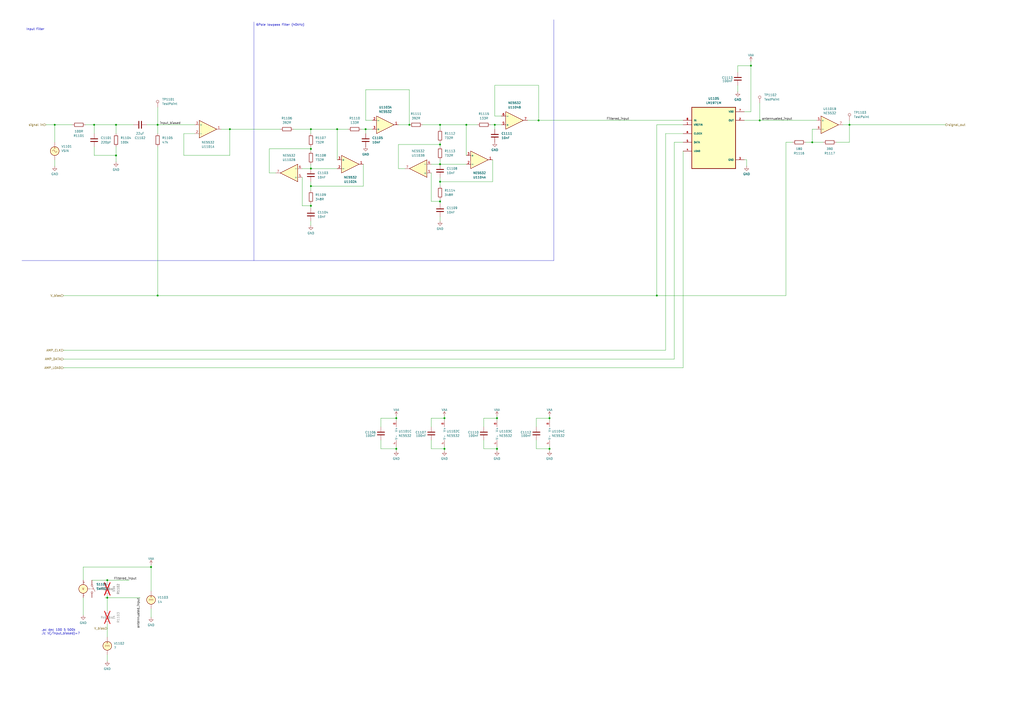
<source format=kicad_sch>
(kicad_sch (version 20250114) (generator "eeschema") (generator_version "9.0")
  (paper "A2")
  (lib_symbols
    (symbol "Amplifier_Operational:NE5532" (pin_names (offset 0.127))
      (property "Reference" "U" (at 0 5.08 0))
      (property "Value" "NE5532" (at 0 -5.08 0))
      (symbol "NE5532_1_1"
        (pin input line (at -7.62 2.54 0) (length 2.54) (name "+") (number "3"))
        (pin input line (at -7.62 -2.54 0) (length 2.54) (name "-") (number "2"))
        (pin output line (at 7.62 0 180) (length 2.54) (name "~") (number "1"))
      )
      (symbol "NE5532_2_1"
        (pin input line (at -7.62 2.54 0) (length 2.54) (name "+") (number "5"))
        (pin input line (at -7.62 -2.54 0) (length 2.54) (name "-") (number "6"))
        (pin output line (at 7.62 0 180) (length 2.54) (name "~") (number "7"))
      )
      (symbol "NE5532_3_1"
        (pin power_in line (at -2.54 7.62 270) (length 3.81) (name "V+") (number "8"))
        (pin power_in line (at -2.54 -7.62 90) (length 3.81) (name "V-") (number "4"))
      )
    )
    (symbol "Connector:TestPoint" (pin_numbers (hide yes)) (pin_names (offset 0.762) (hide yes))
      (property "Reference" "TP" (at 0 6.858 0))
      (property "Value" "TestPoint" (at 0 5.08 0))
      (symbol "TestPoint_1_1"
        (pin passive line (at 0 0 90) (length 2.54) (name "1") (number "1"))
      )
    )
    (symbol "Device:C" (pin_numbers (hide yes)) (pin_names (offset 0.254))
      (property "Reference" "C" (at 0.635 2.54 0))
      (property "Value" "C" (at 0.635 -2.54 0))
      (symbol "C_1_1"
        (pin passive line (at 0 3.81 270) (length 2.794) (name "~") (number "1"))
        (pin passive line (at 0 -3.81 90) (length 2.794) (name "~") (number "2"))
      )
    )
    (symbol "Device:R" (pin_numbers (hide yes)) (pin_names (offset 0))
      (property "Reference" "R" (at 2.032 0 90))
      (property "Value" "R" (at 0 0 90))
      (symbol "R_1_1"
        (pin passive line (at 0 3.81 270) (length 1.27) (name "~") (number "1"))
        (pin passive line (at 0 -3.81 90) (length 1.27) (name "~") (number "2"))
      )
    )
    (symbol "Simulation_SPICE:SWITCH" (pin_numbers (hide yes)) (pin_names (offset 1.016) (hide yes))
      (property "Reference" "S" (at 2.54 2.54 0))
      (property "Value" "SWITCH" (at 2.54 0 0))
      (property "Sim.Params" "thr=0 ron=1" (at 2.54 -2.54 0))
      (symbol "SWITCH_1_1"
        (text "V" (at -5.08 0 0) (effects (font (size 1.27 1.27))))
        (pin input line (at -5.08 5.08 270) (length 2.54) (name "C+") (number "3"))
        (pin input line (at -5.08 -5.08 90) (length 2.54) (name "C-") (number "4"))
        (pin passive line (at 0 5.08 270) (length 2.54) (name "N+") (number "1"))
        (pin passive line (at 0 -5.08 90) (length 2.54) (name "N-") (number "2"))
      )
    )
    (symbol "Simulation_SPICE:VDC" (pin_numbers (hide yes)) (pin_names (offset 0.0254))
      (property "Reference" "V" (at 2.54 2.54 0))
      (property "Value" "1" (at 2.54 0 0))
      (symbol "VDC_0_0"
        (text "+" (at 0 1.905 0) (effects (font (size 1.27 1.27))))
      )
      (symbol "VDC_1_1"
        (pin passive line (at 0 5.08 270) (length 2.54) (name "~") (number "1"))
        (pin passive line (at 0 -5.08 90) (length 2.54) (name "~") (number "2"))
      )
    )
    (symbol "Simulation_SPICE:VSIN" (pin_numbers (hide yes)) (pin_names (offset 0.0254))
      (property "Reference" "V" (at 2.54 2.54 0))
      (property "Value" "VSIN" (at 2.54 0 0))
      (property "Sim.Params" "dc=0 ampl=1 f=1k ac=1" (at 2.54 -2.54 0))
      (symbol "VSIN_0_0"
        (text "+" (at 0 1.905 0) (effects (font (size 1.27 1.27))))
      )
      (symbol "VSIN_1_1"
        (pin passive line (at 0 5.08 270) (length 2.54) (name "~") (number "1"))
        (pin passive line (at 0 -5.08 90) (length 2.54) (name "~") (number "2"))
      )
    )
    (symbol "Skrooter_symbols:LM1971M" (pin_names (offset 1.016))
      (property "Reference" "U" (at -12.7 18.78 0))
      (property "Value" "LM1971M" (at -12.7 -21.78 0))
      (symbol "LM1971M_0_0"
        (pin input line (at -17.78 10.16 0) (length 5.08) (name "IN") (number "8"))
        (pin input line (at -17.78 7.62 0) (length 5.08) (name "VREFIN") (number "1"))
        (pin bidirectional line (at -17.78 2.54 0) (length 5.08) (name "CLOCK") (number "6"))
        (pin bidirectional line (at -17.78 -2.54 0) (length 5.08) (name "DATA") (number "5"))
        (pin bidirectional line (at -17.78 -7.62 0) (length 5.08) (name "LOAD") (number "4"))
        (pin power_in line (at 17.78 15.24 180) (length 5.08) (name "VDD") (number "7"))
        (pin output line (at 17.78 10.16 180) (length 5.08) (name "OUT") (number "2"))
        (pin power_in line (at 17.78 -12.7 180) (length 5.08) (name "GND") (number "3"))
      )
    )
    (symbol "power:GND" (power) (pin_numbers (hide yes)) (pin_names (offset 0) (hide yes))
      (property "Value" "GND" (at 0 -3.81 0))
      (symbol "GND_1_1"
        (pin power_in line (at 0 0 270) (length 0) (name "~") (number "1"))
      )
    )
    (symbol "power:VAA" (power) (pin_numbers (hide yes)) (pin_names (offset 0) (hide yes))
      (property "Value" "VAA" (at 0 3.556 0))
      (symbol "VAA_1_1"
        (pin power_in line (at 0 0 90) (length 0) (name "~") (number "1"))
      )
    )
  )
  (text "6Pole lowpass filter (40kHz)" (at 148.59 15.24 0) (effects (font (size 1.27 1.27)) (justify left bottom)))
  (text ".ac dec 100 5 500k\n.ic V(/input_biased)=7" (at 24.13 368.3 0) (effects (font (size 1.27 1.27)) (justify left bottom)))
  (text "Input filter" (at 15.24 17.78 0) (effects (font (size 1.27 1.27)) (justify left bottom)))
  (junction (at 62.23 336.55))
  (junction (at 255.27 95.25))
  (junction (at 180.34 74.93))
  (junction (at 31.75 72.39))
  (junction (at 255.27 83.82))
  (junction (at 87.63 328.93))
  (junction (at 255.27 105.41))
  (junction (at 229.87 260.35))
  (junction (at 62.23 346.71))
  (junction (at 257.81 242.57))
  (junction (at 381 171.45))
  (junction (at 67.31 72.39))
  (junction (at 180.34 119.38))
  (junction (at 287.02 72.39))
  (junction (at 288.29 260.35))
  (junction (at 492.76 72.39))
  (junction (at 237.49 72.39))
  (junction (at 180.34 97.79))
  (junction (at 318.77 260.35))
  (junction (at 435.61 38.1))
  (junction (at 229.87 242.57))
  (junction (at 91.44 171.45))
  (junction (at 67.31 90.17))
  (junction (at 255.27 116.84))
  (junction (at 255.27 72.39))
  (junction (at 312.42 69.85))
  (junction (at 195.58 74.93))
  (junction (at 180.34 107.95))
  (junction (at 91.44 72.39))
  (junction (at 257.81 260.35))
  (junction (at 318.77 242.57))
  (junction (at 440.69 69.85))
  (junction (at 212.09 74.93))
  (junction (at 54.61 72.39))
  (junction (at 180.34 86.36))
  (junction (at 288.29 242.57))
  (junction (at 270.51 72.39))
  (junction (at 133.35 74.93))
  (junction (at 471.17 82.55))
  (wire (pts (xy 87.63 353.06) (xy 87.63 358.14)))
  (wire (pts (xy 471.17 74.93) (xy 471.17 82.55)))
  (wire (pts (xy 492.76 72.39) (xy 548.64 72.39)))
  (wire (pts (xy 229.87 260.35) (xy 229.87 261.62)))
  (wire (pts (xy 220.98 260.35) (xy 229.87 260.35)))
  (wire (pts (xy 427.99 53.34) (xy 427.99 49.53)))
  (wire (pts (xy 288.29 260.35) (xy 288.29 261.62)))
  (wire (pts (xy 67.31 72.39) (xy 54.61 72.39)))
  (wire (pts (xy 212.09 69.85) (xy 212.09 52.07)))
  (wire (pts (xy 427.99 41.91) (xy 427.99 38.1)))
  (wire (pts (xy 255.27 82.55) (xy 255.27 83.82)))
  (wire (pts (xy 473.71 74.93) (xy 471.17 74.93)))
  (wire (pts (xy 62.23 361.95) (xy 62.23 369.57)))
  (wire (pts (xy 255.27 95.25) (xy 255.27 92.71)))
  (wire (pts (xy 160.02 100.33) (xy 156.21 100.33)))
  (wire (pts (xy 180.34 86.36) (xy 180.34 87.63)))
  (wire (pts (xy 229.87 260.35) (xy 229.87 259.08)))
  (wire (pts (xy 36.83 213.36) (xy 396.24 213.36)))
  (wire (pts (xy 435.61 35.56) (xy 435.61 38.1)))
  (wire (pts (xy 26.67 72.39) (xy 31.75 72.39)))
  (wire (pts (xy 210.82 107.95) (xy 180.34 107.95)))
  (wire (pts (xy 318.77 243.84) (xy 318.77 242.57)))
  (wire (pts (xy 318.77 260.35) (xy 318.77 261.62)))
  (wire (pts (xy 396.24 77.47) (xy 386.08 77.47)))
  (wire (pts (xy 133.35 74.93) (xy 133.35 90.17)))
  (wire (pts (xy 180.34 97.79) (xy 195.58 97.79)))
  (wire (pts (xy 255.27 102.87) (xy 255.27 105.41)))
  (wire (pts (xy 255.27 116.84) (xy 255.27 118.11)))
  (wire (pts (xy 391.16 82.55) (xy 391.16 208.28)))
  (wire (pts (xy 455.93 82.55) (xy 455.93 171.45)))
  (wire (pts (xy 31.75 72.39) (xy 41.91 72.39)))
  (wire (pts (xy 62.23 383.54) (xy 62.23 379.73)))
  (wire (pts (xy 255.27 105.41) (xy 285.75 105.41)))
  (wire (pts (xy 285.75 92.71) (xy 285.75 105.41)))
  (wire (pts (xy 440.69 59.69) (xy 440.69 69.85)))
  (wire (pts (xy 170.18 74.93) (xy 180.34 74.93)))
  (wire (pts (xy 255.27 115.57) (xy 255.27 116.84)))
  (wire (pts (xy 62.23 345.44) (xy 62.23 346.71)))
  (wire (pts (xy 280.67 247.65) (xy 280.67 242.57)))
  (wire (pts (xy 431.8 64.77) (xy 435.61 64.77)))
  (wire (pts (xy 91.44 62.23) (xy 91.44 72.39)))
  (wire (pts (xy 36.83 208.28) (xy 391.16 208.28)))
  (wire (pts (xy 87.63 327.66) (xy 87.63 328.93)))
  (wire (pts (xy 455.93 82.55) (xy 459.74 82.55)))
  (wire (pts (xy 255.27 72.39) (xy 255.27 74.93)))
  (wire (pts (xy 312.42 49.53) (xy 312.42 69.85)))
  (wire (pts (xy 250.19 116.84) (xy 255.27 116.84)))
  (wire (pts (xy 62.23 346.71) (xy 81.28 346.71)))
  (wire (pts (xy 212.09 74.93) (xy 215.9 74.93)))
  (wire (pts (xy 54.61 90.17) (xy 67.31 90.17)))
  (wire (pts (xy 175.26 119.38) (xy 180.34 119.38)))
  (polyline (pts (xy 12.7 151.13) (xy 147.32 151.13)))
  (wire (pts (xy 381 72.39) (xy 381 171.45)))
  (wire (pts (xy 440.69 69.85) (xy 473.71 69.85)))
  (wire (pts (xy 311.15 255.27) (xy 311.15 260.35)))
  (wire (pts (xy 250.19 247.65) (xy 250.19 242.57)))
  (wire (pts (xy 31.75 72.39) (xy 31.75 82.55)))
  (wire (pts (xy 234.95 97.79) (xy 231.14 97.79)))
  (wire (pts (xy 311.15 260.35) (xy 318.77 260.35)))
  (wire (pts (xy 396.24 82.55) (xy 391.16 82.55)))
  (wire (pts (xy 255.27 83.82) (xy 255.27 85.09)))
  (wire (pts (xy 91.44 72.39) (xy 91.44 77.47)))
  (wire (pts (xy 467.36 82.55) (xy 471.17 82.55)))
  (wire (pts (xy 255.27 105.41) (xy 255.27 107.95)))
  (wire (pts (xy 48.26 346.71) (xy 48.26 356.87)))
  (wire (pts (xy 106.68 77.47) (xy 106.68 90.17)))
  (wire (pts (xy 471.17 82.55) (xy 477.52 82.55)))
  (wire (pts (xy 288.29 243.84) (xy 288.29 242.57)))
  (wire (pts (xy 250.19 242.57) (xy 257.81 242.57)))
  (wire (pts (xy 492.76 69.85) (xy 492.76 72.39)))
  (wire (pts (xy 220.98 242.57) (xy 229.87 242.57)))
  (wire (pts (xy 431.8 69.85) (xy 440.69 69.85)))
  (wire (pts (xy 229.87 242.57) (xy 229.87 241.3)))
  (wire (pts (xy 270.51 72.39) (xy 270.51 90.17)))
  (wire (pts (xy 287.02 49.53) (xy 312.42 49.53)))
  (wire (pts (xy 180.34 119.38) (xy 180.34 120.65)))
  (wire (pts (xy 280.67 255.27) (xy 280.67 260.35)))
  (wire (pts (xy 280.67 242.57) (xy 288.29 242.57)))
  (polyline (pts (xy 147.32 12.7) (xy 147.32 151.13)))
  (wire (pts (xy 492.76 72.39) (xy 492.76 82.55)))
  (wire (pts (xy 106.68 90.17) (xy 133.35 90.17)))
  (wire (pts (xy 113.03 77.47) (xy 106.68 77.47)))
  (wire (pts (xy 288.29 259.08) (xy 288.29 260.35)))
  (wire (pts (xy 180.34 118.11) (xy 180.34 119.38)))
  (wire (pts (xy 53.34 336.55) (xy 62.23 336.55)))
  (wire (pts (xy 237.49 72.39) (xy 231.14 72.39)))
  (wire (pts (xy 312.42 69.85) (xy 306.07 69.85)))
  (wire (pts (xy 180.34 107.95) (xy 180.34 110.49)))
  (wire (pts (xy 195.58 92.71) (xy 195.58 74.93)))
  (wire (pts (xy 311.15 247.65) (xy 311.15 242.57)))
  (wire (pts (xy 255.27 95.25) (xy 270.51 95.25)))
  (wire (pts (xy 485.14 82.55) (xy 492.76 82.55)))
  (wire (pts (xy 91.44 72.39) (xy 113.03 72.39)))
  (wire (pts (xy 133.35 74.93) (xy 162.56 74.93)))
  (wire (pts (xy 250.19 255.27) (xy 250.19 260.35)))
  (wire (pts (xy 175.26 102.87) (xy 175.26 119.38)))
  (wire (pts (xy 284.48 72.39) (xy 287.02 72.39)))
  (polyline (pts (xy 147.32 151.13) (xy 321.31 151.13)))
  (wire (pts (xy 255.27 72.39) (xy 270.51 72.39)))
  (wire (pts (xy 435.61 38.1) (xy 435.61 64.77)))
  (wire (pts (xy 180.34 97.79) (xy 180.34 95.25)))
  (wire (pts (xy 180.34 128.27) (xy 180.34 130.81)))
  (wire (pts (xy 386.08 77.47) (xy 386.08 203.2)))
  (wire (pts (xy 287.02 72.39) (xy 287.02 74.93)))
  (wire (pts (xy 212.09 52.07) (xy 237.49 52.07)))
  (wire (pts (xy 250.19 95.25) (xy 255.27 95.25)))
  (wire (pts (xy 250.19 260.35) (xy 257.81 260.35)))
  (wire (pts (xy 287.02 67.31) (xy 287.02 49.53)))
  (wire (pts (xy 212.09 74.93) (xy 212.09 77.47)))
  (wire (pts (xy 257.81 243.84) (xy 257.81 242.57)))
  (wire (pts (xy 287.02 72.39) (xy 290.83 72.39)))
  (wire (pts (xy 433.07 92.71) (xy 431.8 92.71)))
  (wire (pts (xy 255.27 125.73) (xy 255.27 128.27)))
  (wire (pts (xy 215.9 69.85) (xy 212.09 69.85)))
  (wire (pts (xy 175.26 97.79) (xy 180.34 97.79)))
  (wire (pts (xy 381 171.45) (xy 455.93 171.45)))
  (wire (pts (xy 31.75 92.71) (xy 31.75 96.52)))
  (wire (pts (xy 209.55 74.93) (xy 212.09 74.93)))
  (wire (pts (xy 312.42 69.85) (xy 396.24 69.85)))
  (wire (pts (xy 257.81 259.08) (xy 257.81 260.35)))
  (wire (pts (xy 62.23 336.55) (xy 74.93 336.55)))
  (wire (pts (xy 91.44 171.45) (xy 381 171.45)))
  (wire (pts (xy 180.34 74.93) (xy 180.34 77.47)))
  (wire (pts (xy 290.83 67.31) (xy 287.02 67.31)))
  (wire (pts (xy 492.76 72.39) (xy 488.95 72.39)))
  (wire (pts (xy 36.83 171.45) (xy 91.44 171.45)))
  (wire (pts (xy 36.83 203.2) (xy 386.08 203.2)))
  (wire (pts (xy 195.58 74.93) (xy 201.93 74.93)))
  (wire (pts (xy 62.23 354.33) (xy 62.23 346.71)))
  (wire (pts (xy 180.34 85.09) (xy 180.34 86.36)))
  (wire (pts (xy 318.77 259.08) (xy 318.77 260.35)))
  (wire (pts (xy 62.23 336.55) (xy 62.23 337.82)))
  (wire (pts (xy 245.11 72.39) (xy 255.27 72.39)))
  (wire (pts (xy 67.31 90.17) (xy 67.31 85.09)))
  (wire (pts (xy 210.82 95.25) (xy 210.82 107.95)))
  (wire (pts (xy 49.53 72.39) (xy 54.61 72.39)))
  (wire (pts (xy 229.87 242.57) (xy 229.87 243.84)))
  (wire (pts (xy 318.77 242.57) (xy 318.77 241.3)))
  (wire (pts (xy 48.26 328.93) (xy 48.26 336.55)))
  (polyline (pts (xy 321.31 11.43) (xy 321.31 151.13)))
  (wire (pts (xy 396.24 72.39) (xy 381 72.39)))
  (wire (pts (xy 180.34 74.93) (xy 195.58 74.93)))
  (wire (pts (xy 54.61 72.39) (xy 54.61 77.47)))
  (wire (pts (xy 133.35 74.93) (xy 128.27 74.93)))
  (wire (pts (xy 220.98 255.27) (xy 220.98 260.35)))
  (wire (pts (xy 220.98 247.65) (xy 220.98 242.57)))
  (wire (pts (xy 433.07 96.52) (xy 433.07 92.71)))
  (wire (pts (xy 67.31 90.17) (xy 67.31 93.98)))
  (wire (pts (xy 427.99 38.1) (xy 435.61 38.1)))
  (wire (pts (xy 231.14 97.79) (xy 231.14 83.82)))
  (wire (pts (xy 237.49 52.07) (xy 237.49 72.39)))
  (wire (pts (xy 250.19 100.33) (xy 250.19 116.84)))
  (wire (pts (xy 311.15 242.57) (xy 318.77 242.57)))
  (wire (pts (xy 257.81 260.35) (xy 257.81 261.62)))
  (wire (pts (xy 231.14 83.82) (xy 255.27 83.82)))
  (wire (pts (xy 180.34 105.41) (xy 180.34 107.95)))
  (wire (pts (xy 62.23 346.71) (xy 60.96 346.71)))
  (wire (pts (xy 91.44 85.09) (xy 91.44 171.45)))
  (wire (pts (xy 257.81 242.57) (xy 257.81 241.3)))
  (wire (pts (xy 67.31 77.47) (xy 67.31 72.39)))
  (wire (pts (xy 156.21 100.33) (xy 156.21 86.36)))
  (wire (pts (xy 396.24 87.63) (xy 396.24 213.36)))
  (wire (pts (xy 280.67 260.35) (xy 288.29 260.35)))
  (wire (pts (xy 87.63 328.93) (xy 87.63 342.9)))
  (wire (pts (xy 156.21 86.36) (xy 180.34 86.36)))
  (wire (pts (xy 87.63 328.93) (xy 48.26 328.93)))
  (wire (pts (xy 54.61 85.09) (xy 54.61 90.17)))
  (wire (pts (xy 85.09 72.39) (xy 91.44 72.39)))
  (wire (pts (xy 67.31 72.39) (xy 77.47 72.39)))
  (wire (pts (xy 288.29 242.57) (xy 288.29 241.3)))
  (wire (pts (xy 270.51 72.39) (xy 276.86 72.39)))
  (label "antennuated_input" (at 441.96 69.85 0))
  (label "input_biased" (at 92.71 72.39 0))
  (label "antennuated_input" (at 81.28 346.71 270))
  (label "Filtered_input" (at 66.04 336.55 0))
  (label "Filtered_input" (at 351.79 69.85 0))
  (hierarchical_label "AMP_DATA" (shape input) (at 36.83 208.28 180))
  (hierarchical_label "AMP_CLK" (shape input) (at 36.83 203.2 180))
  (hierarchical_label "V_bias" (shape input) (at 62.23 364.49 180))
  (hierarchical_label "signal_out" (shape output) (at 548.64 72.39 0))
  (hierarchical_label "V_bias" (shape input) (at 36.83 171.45 180))
  (hierarchical_label "signal in" (shape input) (at 26.67 72.39 180))
  (hierarchical_label "AMP_LOAD" (shape input) (at 36.83 213.36 180))
  (symbol (lib_id "power:GND") (at 48.26 356.87 0) (unit 1)
    (property "Reference" "#PWR01002" (effects (hide yes)))
    (property "Value" "GND" (at 48.26 361.3134 0))
    (property "Description" "Power symbol creates a global label with name \"GND\" , ground" (effects (hide yes)))
    (instances (project "Audio_daughterboard" (path "" (reference "#PWR01102") (unit 1)) (path "" (reference "#PWR01002") (unit 1)) (path "" (reference "#PWR01202") (unit 1)) (path "" (reference "#PWR01302") (unit 1))))
  )
  (symbol (lib_id "power:GND") (at 67.31 93.98 0) (unit 1)
    (property "Reference" "#PWR01004" (effects (hide yes)))
    (property "Value" "GND" (at 67.31 98.4234 0))
    (property "Description" "Power symbol creates a global label with name \"GND\" , ground" (effects (hide yes)))
    (instances (project "Audio_daughterboard" (path "" (reference "#PWR01104") (unit 1)) (path "" (reference "#PWR01004") (unit 1)) (path "" (reference "#PWR01204") (unit 1)) (path "" (reference "#PWR01304") (unit 1))))
  )
  (symbol (lib_id "Amplifier_Operational:NE5532") (at 232.41 251.46 0) (unit 3)
    (property "Reference" "U1001" (at 231.14 250.19 0) (effects (justify left)))
    (property "Value" "NE5532" (at 231.14 252.73 0) (effects (justify left)))
    (property "Datasheet" "http://www.ti.com/lit/ds/symlink/ne5532.pdf" (effects (hide yes)))
    (property "Description" "Dual Low-Noise Operational Amplifiers, DIP-8/SOIC-8" (effects (hide yes)))
    (property "Sim.Device" "SUBCKT" (effects (hide yes)))
    (property "Sim.Library" "${KICAD7_SYMBOL_DIR}/Simulation_SPICE.sp" (effects (hide yes)))
    (property "Sim.Name" "kicad_builtin_opamp_dual" (effects (hide yes)))
    (property "Sim.Pins" "1=out1 2=in1- 3=in1+ 4=vee 5=in2+ 6=in2- 7=out2 8=vcc" (effects (hide yes)))
    (property "Sim.Params" "GAIN=10M" (effects (hide yes)))
    (instances (project "Audio_daughterboard" (path "" (reference "U1101") (unit 3)) (path "" (reference "U1001") (unit 3)) (path "" (reference "U1201") (unit 3)) (path "" (reference "U1301") (unit 3))))
  )
  (symbol (lib_id "power:GND") (at 229.87 261.62 0) (unit 1)
    (property "Reference" "#PWR01010" (effects (hide yes)))
    (property "Value" "GND" (at 229.87 266.0634 0))
    (property "Description" "Power symbol creates a global label with name \"GND\" , ground" (effects (hide yes)))
    (instances (project "Audio_daughterboard" (path "" (reference "#PWR01110") (unit 1)) (path "" (reference "#PWR01010") (unit 1)) (path "" (reference "#PWR01210") (unit 1)) (path "" (reference "#PWR01310") (unit 1))))
  )
  (symbol (lib_id "power:GND") (at 87.63 358.14 0) (unit 1)
    (property "Reference" "#PWR01006" (effects (hide yes)))
    (property "Value" "GND" (at 87.63 362.5834 0))
    (property "Description" "Power symbol creates a global label with name \"GND\" , ground" (effects (hide yes)))
    (instances (project "Audio_daughterboard" (path "" (reference "#PWR01106") (unit 1)) (path "" (reference "#PWR01006") (unit 1)) (path "" (reference "#PWR01206") (unit 1)) (path "" (reference "#PWR01306") (unit 1))))
  )
  (symbol (lib_id "power:GND") (at 257.81 261.62 0) (unit 1)
    (property "Reference" "#PWR01013" (effects (hide yes)))
    (property "Value" "GND" (at 257.81 266.0634 0))
    (property "Description" "Power symbol creates a global label with name \"GND\" , ground" (effects (hide yes)))
    (instances (project "Audio_daughterboard" (path "" (reference "#PWR01113") (unit 1)) (path "" (reference "#PWR01013") (unit 1)) (path "" (reference "#PWR01213") (unit 1)) (path "" (reference "#PWR01313") (unit 1))))
  )
  (symbol (lib_id "Amplifier_Operational:NE5532") (at 203.2 95.25 0) (unit 1)
    (property "Reference" "U1002" (at 203.2 105.41 0))
    (property "Value" "NE5532" (at 203.2 102.87 0))
    (property "Datasheet" "http://www.ti.com/lit/ds/symlink/ne5532.pdf" (effects (hide yes)))
    (property "Description" "Dual Low-Noise Operational Amplifiers, DIP-8/SOIC-8" (effects (hide yes)))
    (property "Sim.Device" "SUBCKT" (effects (hide yes)))
    (property "Sim.Library" "${KICAD7_SYMBOL_DIR}/Simulation_SPICE.sp" (effects (hide yes)))
    (property "Sim.Name" "kicad_builtin_opamp_dual" (effects (hide yes)))
    (property "Sim.Pins" "1=out1 2=in1- 3=in1+ 4=vee 5=in2+ 6=in2- 7=out2 8=vcc" (effects (hide yes)))
    (property "Sim.Params" "GAIN=10M" (effects (hide yes)))
    (instances (project "Audio_daughterboard" (path "" (reference "U1102") (unit 1)) (path "" (reference "U1002") (unit 1)) (path "" (reference "U1202") (unit 1)) (path "" (reference "U1302") (unit 1))))
  )
  (symbol (lib_id "Device:R") (at 463.55 82.55 90) (mirror x) (unit 1)
    (property "Reference" "R1016" (at 463.55 88.9 90))
    (property "Value" "180" (at 463.55 86.36 90))
    (property "Description" "Resistor" (effects (hide yes)))
    (instances (project "Audio_daughterboard" (path "" (reference "R1116") (unit 1)) (path "" (reference "R1016") (unit 1)) (path "" (reference "R1216") (unit 1)) (path "" (reference "R1316") (unit 1))))
  )
  (symbol (lib_id "Amplifier_Operational:NE5532") (at 481.33 72.39 0) (unit 2)
    (property "Reference" "U1001" (at 481.33 63.1655 0))
    (property "Value" "NE5532" (at 481.33 65.5898 0))
    (property "Datasheet" "http://www.ti.com/lit/ds/symlink/ne5532.pdf" (effects (hide yes)))
    (property "Description" "Dual Low-Noise Operational Amplifiers, DIP-8/SOIC-8" (effects (hide yes)))
    (property "Sim.Device" "SUBCKT" (effects (hide yes)))
    (property "Sim.Library" "${KICAD7_SYMBOL_DIR}/Simulation_SPICE.sp" (effects (hide yes)))
    (property "Sim.Name" "kicad_builtin_opamp_dual" (effects (hide yes)))
    (property "Sim.Pins" "1=out1 2=in1- 3=in1+ 4=vee 5=in2+ 6=in2- 7=out2 8=vcc" (effects (hide yes)))
    (property "Sim.Params" "GAIN=10M" (effects (hide yes)))
    (instances (project "Audio_daughterboard" (path "" (reference "U1101") (unit 2)) (path "" (reference "U1001") (unit 2)) (path "" (reference "U1201") (unit 2)) (path "" (reference "U1301") (unit 2))))
  )
  (symbol (lib_id "Simulation_SPICE:VDC") (at 62.23 374.65 0) (unit 1)
    (property "Reference" "V1002" (at 66.04 373.2502 0) (effects (justify left)))
    (property "Value" "7" (at 66.04 375.7902 0) (effects (justify left)))
    (property "Datasheet" "https://ngspice.sourceforge.io/docs/ngspice-html-manual/manual.xhtml#sec_Independent_Sources_for" (effects (hide yes)))
    (property "Description" "Voltage source, DC" (effects (hide yes)))
    (property "Sim.Pins" "1=+ 2=-" (effects (hide yes)))
    (property "Sim.Type" "DC" (effects (hide yes)))
    (property "Sim.Device" "V" (effects (hide yes)))
    (instances (project "Audio_daughterboard" (path "" (reference "V1102") (unit 1)) (path "" (reference "V1002") (unit 1)) (path "" (reference "V1202") (unit 1)) (path "" (reference "V1302") (unit 1))))
  )
  (symbol (lib_id "Device:R") (at 91.44 81.28 0) (unit 1)
    (property "Reference" "R1005" (at 93.98 80.01 0) (effects (justify left)))
    (property "Value" "47k" (at 93.98 82.55 0) (effects (justify left)))
    (property "Description" "Resistor" (effects (hide yes)))
    (instances (project "Audio_daughterboard" (path "" (reference "R1105") (unit 1)) (path "" (reference "R1005") (unit 1)) (path "" (reference "R1205") (unit 1)) (path "" (reference "R1305") (unit 1))))
  )
  (symbol (lib_id "Amplifier_Operational:NE5532") (at 321.31 251.46 0) (unit 3)
    (property "Reference" "U1004" (at 320.04 250.19 0) (effects (justify left)))
    (property "Value" "NE5532" (at 320.04 252.73 0) (effects (justify left)))
    (property "Datasheet" "http://www.ti.com/lit/ds/symlink/ne5532.pdf" (effects (hide yes)))
    (property "Description" "Dual Low-Noise Operational Amplifiers, DIP-8/SOIC-8" (effects (hide yes)))
    (property "Sim.Device" "SUBCKT" (effects (hide yes)))
    (property "Sim.Library" "${KICAD7_SYMBOL_DIR}/Simulation_SPICE.sp" (effects (hide yes)))
    (property "Sim.Name" "kicad_builtin_opamp_dual" (effects (hide yes)))
    (property "Sim.Pins" "1=out1 2=in1- 3=in1+ 4=vee 5=in2+ 6=in2- 7=out2 8=vcc" (effects (hide yes)))
    (property "Sim.Params" "GAIN=10M" (effects (hide yes)))
    (instances (project "Audio_daughterboard" (path "" (reference "U1104") (unit 3)) (path "" (reference "U1004") (unit 3)) (path "" (reference "U1204") (unit 3)) (path "" (reference "U1304") (unit 3))))
  )
  (symbol (lib_id "Device:C") (at 180.34 101.6 0) (unit 1)
    (property "Reference" "C1003" (at 184.15 100.33 0) (effects (justify left)))
    (property "Value" "10nF" (at 184.15 102.87 0) (effects (justify left)))
    (property "Description" "Unpolarized capacitor" (effects (hide yes)))
    (instances (project "Audio_daughterboard" (path "" (reference "C1103") (unit 1)) (path "" (reference "C1003") (unit 1)) (path "" (reference "C1203") (unit 1)) (path "" (reference "C1303") (unit 1))))
  )
  (symbol (lib_id "Device:C") (at 287.02 78.74 0) (unit 1)
    (property "Reference" "C1011" (at 290.83 77.47 0) (effects (justify left)))
    (property "Value" "10nF" (at 290.83 80.01 0) (effects (justify left)))
    (property "Description" "Unpolarized capacitor" (effects (hide yes)))
    (instances (project "Audio_daughterboard" (path "" (reference "C1111") (unit 1)) (path "" (reference "C1011") (unit 1)) (path "" (reference "C1211") (unit 1)) (path "" (reference "C1311") (unit 1))))
  )
  (symbol (lib_id "power:GND") (at 288.29 261.62 0) (unit 1)
    (property "Reference" "#PWR01016" (effects (hide yes)))
    (property "Value" "GND" (at 288.29 266.0634 0))
    (property "Description" "Power symbol creates a global label with name \"GND\" , ground" (effects (hide yes)))
    (instances (project "Audio_daughterboard" (path "" (reference "#PWR01116") (unit 1)) (path "" (reference "#PWR01016") (unit 1)) (path "" (reference "#PWR01216") (unit 1)) (path "" (reference "#PWR01316") (unit 1))))
  )
  (symbol (lib_id "Connector:TestPoint") (at 440.69 59.69 0) (mirror y) (unit 1) (exclude_from_sim yes)
    (property "Reference" "TP1002" (at 443.23 55.118 0) (effects (justify right)))
    (property "Value" "TestPoint" (at 443.23 57.658 0) (effects (justify right)))
    (property "Footprint" "TestPoint:TestPoint_Keystone_5005-5009_Compact" (effects (hide yes)))
    (property "Description" "test point" (effects (hide yes)))
    (instances (project "Audio_daughterboard" (path "" (reference "TP1102") (unit 1)) (path "" (reference "TP1002") (unit 1)) (path "" (reference "TP1202") (unit 1)) (path "" (reference "TP1302") (unit 1))))
  )
  (symbol (lib_id "power:GND") (at 212.09 85.09 0) (unit 1)
    (property "Reference" "#PWR01008" (effects (hide yes)))
    (property "Value" "GND" (at 212.09 89.5334 0))
    (property "Description" "Power symbol creates a global label with name \"GND\" , ground" (effects (hide yes)))
    (instances (project "Audio_daughterboard" (path "" (reference "#PWR01108") (unit 1)) (path "" (reference "#PWR01008") (unit 1)) (path "" (reference "#PWR01208") (unit 1)) (path "" (reference "#PWR01308") (unit 1))))
  )
  (symbol (lib_id "Device:R") (at 255.27 88.9 180) (unit 1)
    (property "Reference" "R1013" (at 257.81 87.63 0) (effects (justify right)))
    (property "Value" "732R" (at 257.81 90.17 0) (effects (justify right)))
    (property "Description" "Resistor" (effects (hide yes)))
    (instances (project "Audio_daughterboard" (path "" (reference "R1113") (unit 1)) (path "" (reference "R1013") (unit 1)) (path "" (reference "R1213") (unit 1)) (path "" (reference "R1313") (unit 1))))
  )
  (symbol (lib_id "Device:R") (at 280.67 72.39 270) (unit 1)
    (property "Reference" "R1015" (at 280.67 66.04 90))
    (property "Value" "133R" (at 280.67 68.58 90))
    (property "Description" "Resistor" (effects (hide yes)))
    (instances (project "Audio_daughterboard" (path "" (reference "R1115") (unit 1)) (path "" (reference "R1015") (unit 1)) (path "" (reference "R1215") (unit 1)) (path "" (reference "R1315") (unit 1))))
  )
  (symbol (lib_id "Amplifier_Operational:NE5532") (at 242.57 97.79 180) (unit 2)
    (property "Reference" "U1003" (at 242.57 90.17 0))
    (property "Value" "NE5532" (at 242.57 87.63 0))
    (property "Datasheet" "http://www.ti.com/lit/ds/symlink/ne5532.pdf" (effects (hide yes)))
    (property "Description" "Dual Low-Noise Operational Amplifiers, DIP-8/SOIC-8" (effects (hide yes)))
    (property "Sim.Device" "SUBCKT" (effects (hide yes)))
    (property "Sim.Library" "${KICAD7_SYMBOL_DIR}/Simulation_SPICE.sp" (effects (hide yes)))
    (property "Sim.Name" "kicad_builtin_opamp_dual" (effects (hide yes)))
    (property "Sim.Pins" "1=out1 2=in1- 3=in1+ 4=vee 5=in2+ 6=in2- 7=out2 8=vcc" (effects (hide yes)))
    (property "Sim.Params" "GAIN=10M" (effects (hide yes)))
    (instances (project "Audio_daughterboard" (path "" (reference "U1103") (unit 2)) (path "" (reference "U1003") (unit 2)) (path "" (reference "U1203") (unit 2)) (path "" (reference "U1303") (unit 2))))
  )
  (symbol (lib_id "Device:R") (at 180.34 81.28 180) (unit 1)
    (property "Reference" "R1007" (at 182.88 80.01 0) (effects (justify right)))
    (property "Value" "732R" (at 182.88 82.55 0) (effects (justify right)))
    (property "Description" "Resistor" (effects (hide yes)))
    (instances (project "Audio_daughterboard" (path "" (reference "R1107") (unit 1)) (path "" (reference "R1007") (unit 1)) (path "" (reference "R1207") (unit 1)) (path "" (reference "R1307") (unit 1))))
  )
  (symbol (lib_id "power:GND") (at 427.99 53.34 0) (unit 1)
    (property "Reference" "#PWR01019" (effects (hide yes)))
    (property "Value" "GND" (at 427.99 57.7834 0))
    (property "Description" "Power symbol creates a global label with name \"GND\" , ground" (effects (hide yes)))
    (instances (project "Audio_daughterboard" (path "" (reference "#PWR01119") (unit 1)) (path "" (reference "#PWR01019") (unit 1)) (path "" (reference "#PWR01219") (unit 1)) (path "" (reference "#PWR01319") (unit 1))))
  )
  (symbol (lib_id "Amplifier_Operational:NE5532") (at 223.52 72.39 0) (mirror x) (unit 1)
    (property "Reference" "U1003" (at 223.52 62.23 0))
    (property "Value" "NE5532" (at 223.52 64.77 0))
    (property "Datasheet" "http://www.ti.com/lit/ds/symlink/ne5532.pdf" (effects (hide yes)))
    (property "Description" "Dual Low-Noise Operational Amplifiers, DIP-8/SOIC-8" (effects (hide yes)))
    (property "Sim.Device" "SUBCKT" (effects (hide yes)))
    (property "Sim.Library" "${KICAD7_SYMBOL_DIR}/Simulation_SPICE.sp" (effects (hide yes)))
    (property "Sim.Name" "kicad_builtin_opamp_dual" (effects (hide yes)))
    (property "Sim.Pins" "1=out1 2=in1- 3=in1+ 4=vee 5=in2+ 6=in2- 7=out2 8=vcc" (effects (hide yes)))
    (property "Sim.Params" "GAIN=10M" (effects (hide yes)))
    (instances (project "Audio_daughterboard" (path "" (reference "U1103") (unit 1)) (path "" (reference "U1003") (unit 1)) (path "" (reference "U1203") (unit 1)) (path "" (reference "U1303") (unit 1))))
  )
  (symbol (lib_id "Amplifier_Operational:NE5532") (at 167.64 100.33 180) (unit 2)
    (property "Reference" "U1002" (at 167.64 92.71 0))
    (property "Value" "NE5532" (at 167.64 90.17 0))
    (property "Datasheet" "http://www.ti.com/lit/ds/symlink/ne5532.pdf" (effects (hide yes)))
    (property "Description" "Dual Low-Noise Operational Amplifiers, DIP-8/SOIC-8" (effects (hide yes)))
    (property "Sim.Device" "SUBCKT" (effects (hide yes)))
    (property "Sim.Library" "${KICAD7_SYMBOL_DIR}/Simulation_SPICE.sp" (effects (hide yes)))
    (property "Sim.Name" "kicad_builtin_opamp_dual" (effects (hide yes)))
    (property "Sim.Pins" "1=out1 2=in1- 3=in1+ 4=vee 5=in2+ 6=in2- 7=out2 8=vcc" (effects (hide yes)))
    (property "Sim.Params" "GAIN=10M" (effects (hide yes)))
    (instances (project "Audio_daughterboard" (path "" (reference "U1102") (unit 2)) (path "" (reference "U1002") (unit 2)) (path "" (reference "U1202") (unit 2)) (path "" (reference "U1302") (unit 2))))
  )
  (symbol (lib_id "Device:R") (at 67.31 81.28 0) (unit 1)
    (property "Reference" "R1004" (at 69.85 80.01 0) (effects (justify left)))
    (property "Value" "100k" (at 69.85 82.55 0) (effects (justify left)))
    (property "Description" "Resistor" (effects (hide yes)))
    (instances (project "Audio_daughterboard" (path "" (reference "R1104") (unit 1)) (path "" (reference "R1004") (unit 1)) (path "" (reference "R1204") (unit 1)) (path "" (reference "R1304") (unit 1))))
  )
  (symbol (lib_id "Device:C") (at 255.27 121.92 0) (unit 1)
    (property "Reference" "C1009" (at 259.08 120.65 0) (effects (justify left)))
    (property "Value" "10nF" (at 259.08 123.19 0) (effects (justify left)))
    (property "Description" "Unpolarized capacitor" (effects (hide yes)))
    (instances (project "Audio_daughterboard" (path "" (reference "C1109") (unit 1)) (path "" (reference "C1009") (unit 1)) (path "" (reference "C1209") (unit 1)) (path "" (reference "C1309") (unit 1))))
  )
  (symbol (lib_id "Device:R") (at 180.34 114.3 180) (unit 1)
    (property "Reference" "R1009" (at 182.88 113.03 0) (effects (justify right)))
    (property "Value" "348R" (at 182.88 115.57 0) (effects (justify right)))
    (property "Description" "Resistor" (effects (hide yes)))
    (instances (project "Audio_daughterboard" (path "" (reference "R1109") (unit 1)) (path "" (reference "R1009") (unit 1)) (path "" (reference "R1209") (unit 1)) (path "" (reference "R1309") (unit 1))))
  )
  (symbol (lib_id "Amplifier_Operational:NE5532") (at 298.45 69.85 0) (mirror x) (unit 2)
    (property "Reference" "U1004" (at 298.45 62.23 0))
    (property "Value" "NE5532" (at 298.45 59.69 0))
    (property "Datasheet" "http://www.ti.com/lit/ds/symlink/ne5532.pdf" (effects (hide yes)))
    (property "Description" "Dual Low-Noise Operational Amplifiers, DIP-8/SOIC-8" (effects (hide yes)))
    (property "Sim.Device" "SUBCKT" (effects (hide yes)))
    (property "Sim.Library" "${KICAD7_SYMBOL_DIR}/Simulation_SPICE.sp" (effects (hide yes)))
    (property "Sim.Name" "kicad_builtin_opamp_dual" (effects (hide yes)))
    (property "Sim.Pins" "1=out1 2=in1- 3=in1+ 4=vee 5=in2+ 6=in2- 7=out2 8=vcc" (effects (hide yes)))
    (property "Sim.Params" "GAIN=10M" (effects (hide yes)))
    (instances (project "Audio_daughterboard" (path "" (reference "U1104") (unit 2)) (path "" (reference "U1004") (unit 2)) (path "" (reference "U1204") (unit 2)) (path "" (reference "U1304") (unit 2))))
  )
  (symbol (lib_id "Device:C") (at 427.99 45.72 0) (mirror y) (unit 1)
    (property "Reference" "C1013" (at 425.069 45.0763 0) (effects (justify left)))
    (property "Value" "100nF" (at 425.069 46.9973 0) (effects (justify left)))
    (property "Footprint" "Capacitor_SMD:C_0805_2012Metric_Pad1.18x1.45mm_HandSolder" (effects (hide yes)))
    (property "Description" "Unpolarized capacitor" (effects (hide yes)))
    (property "LCSC" "C49678" (effects (hide yes)))
    (property "Voltage" "50V" (effects (hide yes)))
    (instances (project "Audio_daughterboard" (path "" (reference "C1113") (unit 1)) (path "" (reference "C1013") (unit 1)) (path "" (reference "C1213") (unit 1)) (path "" (reference "C1313") (unit 1))))
  )
  (symbol (lib_id "power:GND") (at 287.02 82.55 0) (unit 1)
    (property "Reference" "#PWR01014" (effects (hide yes)))
    (property "Value" "GND" (at 287.02 86.9934 0))
    (property "Description" "Power symbol creates a global label with name \"GND\" , ground" (effects (hide yes)))
    (instances (project "Audio_daughterboard" (path "" (reference "#PWR01114") (unit 1)) (path "" (reference "#PWR01014") (unit 1)) (path "" (reference "#PWR01214") (unit 1)) (path "" (reference "#PWR01314") (unit 1))))
  )
  (symbol (lib_id "power:VAA") (at 435.61 35.56 0) (unit 1)
    (property "Reference" "#PWR01021" (effects (hide yes)))
    (property "Value" "VAA" (at 435.61 31.9842 0))
    (property "Description" "Power symbol creates a global label with name \"VAA\"" (effects (hide yes)))
    (instances (project "Audio_daughterboard" (path "" (reference "#PWR01121") (unit 1)) (path "" (reference "#PWR01021") (unit 1)) (path "" (reference "#PWR01221") (unit 1)) (path "" (reference "#PWR01321") (unit 1))))
  )
  (symbol (lib_id "Device:R") (at 45.72 72.39 270) (mirror x) (unit 1)
    (property "Reference" "R1001" (at 45.72 78.74 90))
    (property "Value" "100R" (at 45.72 76.2 90))
    (property "Description" "Resistor" (effects (hide yes)))
    (instances (project "Audio_daughterboard" (path "" (reference "R1101") (unit 1)) (path "" (reference "R1001") (unit 1)) (path "" (reference "R1201") (unit 1)) (path "" (reference "R1301") (unit 1))))
  )
  (symbol (lib_id "Connector:TestPoint") (at 91.44 62.23 0) (mirror y) (unit 1) (exclude_from_sim yes)
    (property "Reference" "TP1001" (at 93.98 57.658 0) (effects (justify right)))
    (property "Value" "TestPoint" (at 93.98 60.198 0) (effects (justify right)))
    (property "Footprint" "TestPoint:TestPoint_Keystone_5005-5009_Compact" (effects (hide yes)))
    (property "Description" "test point" (effects (hide yes)))
    (instances (project "Audio_daughterboard" (path "" (reference "TP1101") (unit 1)) (path "" (reference "TP1001") (unit 1)) (path "" (reference "TP1201") (unit 1)) (path "" (reference "TP1301") (unit 1))))
  )
  (symbol (lib_id "power:VAA") (at 257.81 241.3 0) (unit 1)
    (property "Reference" "#PWR01012" (effects (hide yes)))
    (property "Value" "VAA" (at 257.81 237.7242 0))
    (property "Description" "Power symbol creates a global label with name \"VAA\"" (effects (hide yes)))
    (instances (project "Audio_daughterboard" (path "" (reference "#PWR01112") (unit 1)) (path "" (reference "#PWR01012") (unit 1)) (path "" (reference "#PWR01212") (unit 1)) (path "" (reference "#PWR01312") (unit 1))))
  )
  (symbol (lib_id "Device:R") (at 481.33 82.55 90) (mirror x) (unit 1)
    (property "Reference" "R1017" (at 481.33 88.9 90))
    (property "Value" "390" (at 481.33 86.36 90))
    (property "Description" "Resistor" (effects (hide yes)))
    (instances (project "Audio_daughterboard" (path "" (reference "R1117") (unit 1)) (path "" (reference "R1017") (unit 1)) (path "" (reference "R1217") (unit 1)) (path "" (reference "R1317") (unit 1))))
  )
  (symbol (lib_id "Simulation_SPICE:VDC") (at 87.63 347.98 0) (unit 1)
    (property "Reference" "V1003" (at 91.44 346.5802 0) (effects (justify left)))
    (property "Value" "14" (at 91.44 349.1202 0) (effects (justify left)))
    (property "Datasheet" "https://ngspice.sourceforge.io/docs/ngspice-html-manual/manual.xhtml#sec_Independent_Sources_for" (effects (hide yes)))
    (property "Description" "Voltage source, DC" (effects (hide yes)))
    (property "Sim.Pins" "1=+ 2=-" (effects (hide yes)))
    (property "Sim.Type" "DC" (effects (hide yes)))
    (property "Sim.Device" "V" (effects (hide yes)))
    (instances (project "Audio_daughterboard" (path "" (reference "V1103") (unit 1)) (path "" (reference "V1003") (unit 1)) (path "" (reference "V1203") (unit 1)) (path "" (reference "V1303") (unit 1))))
  )
  (symbol (lib_id "power:GND") (at 433.07 96.52 0) (unit 1)
    (property "Reference" "#PWR01020" (effects (hide yes)))
    (property "Value" "GND" (at 433.07 100.9634 0))
    (property "Description" "Power symbol creates a global label with name \"GND\" , ground" (effects (hide yes)))
    (instances (project "Audio_daughterboard" (path "" (reference "#PWR01120") (unit 1)) (path "" (reference "#PWR01020") (unit 1)) (path "" (reference "#PWR01220") (unit 1)) (path "" (reference "#PWR01320") (unit 1))))
  )
  (symbol (lib_id "power:GND") (at 31.75 96.52 0) (unit 1)
    (property "Reference" "#PWR01001" (effects (hide yes)))
    (property "Value" "GND" (at 31.75 100.9634 0))
    (property "Description" "Power symbol creates a global label with name \"GND\" , ground" (effects (hide yes)))
    (instances (project "Audio_daughterboard" (path "" (reference "#PWR01101") (unit 1)) (path "" (reference "#PWR01001") (unit 1)) (path "" (reference "#PWR01201") (unit 1)) (path "" (reference "#PWR01301") (unit 1))))
  )
  (symbol (lib_id "Amplifier_Operational:NE5532") (at 290.83 251.46 0) (unit 3)
    (property "Reference" "U1003" (at 289.56 250.19 0) (effects (justify left)))
    (property "Value" "NE5532" (at 289.56 252.73 0) (effects (justify left)))
    (property "Datasheet" "http://www.ti.com/lit/ds/symlink/ne5532.pdf" (effects (hide yes)))
    (property "Description" "Dual Low-Noise Operational Amplifiers, DIP-8/SOIC-8" (effects (hide yes)))
    (property "Sim.Device" "SUBCKT" (effects (hide yes)))
    (property "Sim.Library" "${KICAD7_SYMBOL_DIR}/Simulation_SPICE.sp" (effects (hide yes)))
    (property "Sim.Name" "kicad_builtin_opamp_dual" (effects (hide yes)))
    (property "Sim.Pins" "1=out1 2=in1- 3=in1+ 4=vee 5=in2+ 6=in2- 7=out2 8=vcc" (effects (hide yes)))
    (property "Sim.Params" "GAIN=10M" (effects (hide yes)))
    (instances (project "Audio_daughterboard" (path "" (reference "U1103") (unit 3)) (path "" (reference "U1003") (unit 3)) (path "" (reference "U1203") (unit 3)) (path "" (reference "U1303") (unit 3))))
  )
  (symbol (lib_id "power:GND") (at 318.77 261.62 0) (unit 1)
    (property "Reference" "#PWR01018" (effects (hide yes)))
    (property "Value" "GND" (at 318.77 266.0634 0))
    (property "Description" "Power symbol creates a global label with name \"GND\" , ground" (effects (hide yes)))
    (instances (project "Audio_daughterboard" (path "" (reference "#PWR01118") (unit 1)) (path "" (reference "#PWR01018") (unit 1)) (path "" (reference "#PWR01218") (unit 1)) (path "" (reference "#PWR01318") (unit 1))))
  )
  (symbol (lib_id "Device:R") (at 205.74 74.93 270) (unit 1)
    (property "Reference" "R1010" (at 205.74 68.58 90))
    (property "Value" "133R" (at 205.74 71.12 90))
    (property "Description" "Resistor" (effects (hide yes)))
    (instances (project "Audio_daughterboard" (path "" (reference "R1110") (unit 1)) (path "" (reference "R1010") (unit 1)) (path "" (reference "R1210") (unit 1)) (path "" (reference "R1310") (unit 1))))
  )
  (symbol (lib_id "Device:R") (at 180.34 91.44 180) (unit 1)
    (property "Reference" "R1008" (at 182.88 90.17 0) (effects (justify right)))
    (property "Value" "732R" (at 182.88 92.71 0) (effects (justify right)))
    (property "Description" "Resistor" (effects (hide yes)))
    (instances (project "Audio_daughterboard" (path "" (reference "R1108") (unit 1)) (path "" (reference "R1008") (unit 1)) (path "" (reference "R1208") (unit 1)) (path "" (reference "R1308") (unit 1))))
  )
  (symbol (lib_id "power:VAA") (at 87.63 327.66 0) (unit 1)
    (property "Reference" "#PWR01005" (effects (hide yes)))
    (property "Value" "VAA" (at 87.63 324.0842 0))
    (property "Description" "Power symbol creates a global label with name \"VAA\"" (effects (hide yes)))
    (instances (project "Audio_daughterboard" (path "" (reference "#PWR01105") (unit 1)) (path "" (reference "#PWR01005") (unit 1)) (path "" (reference "#PWR01205") (unit 1)) (path "" (reference "#PWR01305") (unit 1))))
  )
  (symbol (lib_id "Device:C") (at 250.19 251.46 0) (mirror y) (unit 1)
    (property "Reference" "C1007" (at 247.269 250.8163 0) (effects (justify left)))
    (property "Value" "100nF" (at 247.269 252.7373 0) (effects (justify left)))
    (property "Footprint" "Capacitor_SMD:C_0805_2012Metric_Pad1.18x1.45mm_HandSolder" (effects (hide yes)))
    (property "Description" "Unpolarized capacitor" (effects (hide yes)))
    (property "LCSC" "C49678" (effects (hide yes)))
    (property "Voltage" "50V" (effects (hide yes)))
    (instances (project "Audio_daughterboard" (path "" (reference "C1107") (unit 1)) (path "" (reference "C1007") (unit 1)) (path "" (reference "C1207") (unit 1)) (path "" (reference "C1307") (unit 1))))
  )
  (symbol (lib_id "Amplifier_Operational:NE5532") (at 278.13 92.71 0) (unit 1)
    (property "Reference" "U1004" (at 278.13 102.87 0))
    (property "Value" "NE5532" (at 278.13 100.33 0))
    (property "Datasheet" "http://www.ti.com/lit/ds/symlink/ne5532.pdf" (effects (hide yes)))
    (property "Description" "Dual Low-Noise Operational Amplifiers, DIP-8/SOIC-8" (effects (hide yes)))
    (property "Sim.Device" "SUBCKT" (effects (hide yes)))
    (property "Sim.Library" "${KICAD7_SYMBOL_DIR}/Simulation_SPICE.sp" (effects (hide yes)))
    (property "Sim.Name" "kicad_builtin_opamp_dual" (effects (hide yes)))
    (property "Sim.Pins" "1=out1 2=in1- 3=in1+ 4=vee 5=in2+ 6=in2- 7=out2 8=vcc" (effects (hide yes)))
    (property "Sim.Params" "GAIN=10M" (effects (hide yes)))
    (instances (project "Audio_daughterboard" (path "" (reference "U1104") (unit 1)) (path "" (reference "U1004") (unit 1)) (path "" (reference "U1204") (unit 1)) (path "" (reference "U1304") (unit 1))))
  )
  (symbol (lib_id "Simulation_SPICE:SWITCH") (at 53.34 341.63 0) (unit 1)
    (property "Reference" "S1001" (at 55.88 338.963 0) (effects (justify left)))
    (property "Value" "SWITCH" (at 55.88 341.503 0) (effects (justify left)))
    (property "Datasheet" "https://ngspice.sourceforge.io/docs/ngspice-html-manual/manual.xhtml#subsec_Switches" (effects (hide yes)))
    (property "Description" "Voltage controlled switch symbol for simulation only" (effects (hide yes)))
    (property "Sim.Device" "SW" (effects (hide yes)))
    (property "Sim.Type" "V" (effects (hide yes)))
    (property "Sim.Params" "thr=0 ron=1" (effects (hide yes)))
    (property "Sim.Pins" "1=no+ 2=no- 3=ctrl+ 4=ctrl-" (effects (hide yes)))
    (instances (project "Audio_daughterboard" (path "" (reference "S1101") (unit 1)) (path "" (reference "S1001") (unit 1)) (path "" (reference "S1201") (unit 1)) (path "" (reference "S1301") (unit 1))))
  )
  (symbol (lib_id "Device:C") (at 180.34 124.46 0) (unit 1)
    (property "Reference" "C1004" (at 184.15 123.19 0) (effects (justify left)))
    (property "Value" "10nF" (at 184.15 125.73 0) (effects (justify left)))
    (property "Description" "Unpolarized capacitor" (effects (hide yes)))
    (instances (project "Audio_daughterboard" (path "" (reference "C1104") (unit 1)) (path "" (reference "C1004") (unit 1)) (path "" (reference "C1204") (unit 1)) (path "" (reference "C1304") (unit 1))))
  )
  (symbol (lib_id "Device:R") (at 255.27 111.76 180) (unit 1)
    (property "Reference" "R1014" (at 257.81 110.49 0) (effects (justify right)))
    (property "Value" "348R" (at 257.81 113.03 0) (effects (justify right)))
    (property "Description" "Resistor" (effects (hide yes)))
    (instances (project "Audio_daughterboard" (path "" (reference "R1114") (unit 1)) (path "" (reference "R1014") (unit 1)) (path "" (reference "R1214") (unit 1)) (path "" (reference "R1314") (unit 1))))
  )
  (symbol (lib_id "Device:R") (at 241.3 72.39 90) (unit 1)
    (property "Reference" "R1011" (at 241.3 66.04 90))
    (property "Value" "392R" (at 241.3 68.58 90))
    (property "Description" "Resistor" (effects (hide yes)))
    (instances (project "Audio_daughterboard" (path "" (reference "R1111") (unit 1)) (path "" (reference "R1011") (unit 1)) (path "" (reference "R1211") (unit 1)) (path "" (reference "R1311") (unit 1))))
  )
  (symbol (lib_id "Device:C") (at 54.61 81.28 0) (unit 1)
    (property "Reference" "C1001" (at 58.42 80.01 0) (effects (justify left)))
    (property "Value" "220pF" (at 58.42 82.55 0) (effects (justify left)))
    (property "Description" "Unpolarized capacitor" (effects (hide yes)))
    (instances (project "Audio_daughterboard" (path "" (reference "C1101") (unit 1)) (path "" (reference "C1001") (unit 1)) (path "" (reference "C1201") (unit 1)) (path "" (reference "C1301") (unit 1))))
  )
  (symbol (lib_id "Device:R") (at 166.37 74.93 90) (unit 1)
    (property "Reference" "R1006" (at 166.37 68.58 90))
    (property "Value" "392R" (at 166.37 71.12 90))
    (property "Description" "Resistor" (effects (hide yes)))
    (instances (project "Audio_daughterboard" (path "" (reference "R1106") (unit 1)) (path "" (reference "R1006") (unit 1)) (path "" (reference "R1206") (unit 1)) (path "" (reference "R1306") (unit 1))))
  )
  (symbol (lib_id "Device:R") (at 255.27 78.74 180) (unit 1)
    (property "Reference" "R1012" (at 257.81 77.47 0) (effects (justify right)))
    (property "Value" "732R" (at 257.81 80.01 0) (effects (justify right)))
    (property "Description" "Resistor" (effects (hide yes)))
    (instances (project "Audio_daughterboard" (path "" (reference "R1112") (unit 1)) (path "" (reference "R1012") (unit 1)) (path "" (reference "R1212") (unit 1)) (path "" (reference "R1312") (unit 1))))
  )
  (symbol (lib_id "Device:C") (at 81.28 72.39 90) (mirror x) (unit 1)
    (property "Reference" "C1002" (at 81.28 80.01 90))
    (property "Value" "22uF" (at 81.28 77.47 90))
    (property "Description" "Unpolarized capacitor" (effects (hide yes)))
    (instances (project "Audio_daughterboard" (path "" (reference "C1102") (unit 1)) (path "" (reference "C1002") (unit 1)) (path "" (reference "C1202") (unit 1)) (path "" (reference "C1302") (unit 1))))
  )
  (symbol (lib_id "Device:R") (at 62.23 341.63 0) (mirror y) (unit 1) (in_bom no) (on_board no) (dnp yes)
    (property "Reference" "R1002" (at 68.58 341.63 90))
    (property "Value" "11k" (at 66.04 341.63 90))
    (property "Description" "Resistor" (at 62.23 341.63 0))
    (instances (project "Audio_daughterboard" (path "" (reference "R1102") (unit 1)) (path "" (reference "R1002") (unit 1)) (path "" (reference "R1202") (unit 1)) (path "" (reference "R1302") (unit 1))))
  )
  (symbol (lib_id "Amplifier_Operational:NE5532") (at 120.65 74.93 0) (unit 1)
    (property "Reference" "U1001" (at 120.65 85.09 0))
    (property "Value" "NE5532" (at 120.65 82.55 0))
    (property "Datasheet" "http://www.ti.com/lit/ds/symlink/ne5532.pdf" (effects (hide yes)))
    (property "Description" "Dual Low-Noise Operational Amplifiers, DIP-8/SOIC-8" (effects (hide yes)))
    (property "Sim.Device" "SUBCKT" (effects (hide yes)))
    (property "Sim.Library" "${KICAD7_SYMBOL_DIR}/Simulation_SPICE.sp" (effects (hide yes)))
    (property "Sim.Name" "kicad_builtin_opamp_dual" (effects (hide yes)))
    (property "Sim.Pins" "1=out1 2=in1- 3=in1+ 4=vee 5=in2+ 6=in2- 7=out2 8=vcc" (effects (hide yes)))
    (property "Sim.Params" "GAIN=10M" (effects (hide yes)))
    (instances (project "Audio_daughterboard" (path "" (reference "U1101") (unit 1)) (path "" (reference "U1001") (unit 1)) (path "" (reference "U1201") (unit 1)) (path "" (reference "U1301") (unit 1))))
  )
  (symbol (lib_id "Simulation_SPICE:VSIN") (at 31.75 87.63 0) (unit 1)
    (property "Reference" "V1001" (at 35.56 84.9602 0) (effects (justify left)))
    (property "Value" "VSIN" (at 35.56 87.5002 0) (effects (justify left)))
    (property "Datasheet" "https://ngspice.sourceforge.io/docs/ngspice-html-manual/manual.xhtml#sec_Independent_Sources_for" (effects (hide yes)))
    (property "Description" "Voltage source, sinusoidal" (effects (hide yes)))
    (property "Sim.Pins" "1=+ 2=-" (effects (hide yes)))
    (property "Sim.Params" "dc=0 ampl=1 f=1k ac=1" (effects (hide yes)))
    (property "Sim.Type" "SIN" (effects (hide yes)))
    (property "Sim.Device" "V" (effects (hide yes)))
    (instances (project "Audio_daughterboard" (path "" (reference "V1101") (unit 1)) (path "" (reference "V1001") (unit 1)) (path "" (reference "V1201") (unit 1)) (path "" (reference "V1301") (unit 1))))
  )
  (symbol (lib_id "power:GND") (at 255.27 128.27 0) (unit 1)
    (property "Reference" "#PWR01011" (effects (hide yes)))
    (property "Value" "GND" (at 255.27 132.7134 0))
    (property "Description" "Power symbol creates a global label with name \"GND\" , ground" (effects (hide yes)))
    (instances (project "Audio_daughterboard" (path "" (reference "#PWR01111") (unit 1)) (path "" (reference "#PWR01011") (unit 1)) (path "" (reference "#PWR01211") (unit 1)) (path "" (reference "#PWR01311") (unit 1))))
  )
  (symbol (lib_id "power:GND") (at 62.23 383.54 0) (unit 1)
    (property "Reference" "#PWR01003" (effects (hide yes)))
    (property "Value" "GND" (at 62.23 387.9834 0))
    (property "Description" "Power symbol creates a global label with name \"GND\" , ground" (effects (hide yes)))
    (instances (project "Audio_daughterboard" (path "" (reference "#PWR01103") (unit 1)) (path "" (reference "#PWR01003") (unit 1)) (path "" (reference "#PWR01203") (unit 1)) (path "" (reference "#PWR01303") (unit 1))))
  )
  (symbol (lib_id "power:VAA") (at 288.29 241.3 0) (unit 1)
    (property "Reference" "#PWR01015" (effects (hide yes)))
    (property "Value" "VAA" (at 288.29 237.7242 0))
    (property "Description" "Power symbol creates a global label with name \"VAA\"" (effects (hide yes)))
    (instances (project "Audio_daughterboard" (path "" (reference "#PWR01115") (unit 1)) (path "" (reference "#PWR01015") (unit 1)) (path "" (reference "#PWR01215") (unit 1)) (path "" (reference "#PWR01315") (unit 1))))
  )
  (symbol (lib_id "Device:C") (at 280.67 251.46 0) (mirror y) (unit 1)
    (property "Reference" "C1010" (at 277.749 250.8163 0) (effects (justify left)))
    (property "Value" "100nF" (at 277.749 252.7373 0) (effects (justify left)))
    (property "Footprint" "Capacitor_SMD:C_0805_2012Metric_Pad1.18x1.45mm_HandSolder" (effects (hide yes)))
    (property "Description" "Unpolarized capacitor" (effects (hide yes)))
    (property "LCSC" "C49678" (effects (hide yes)))
    (property "Voltage" "50V" (effects (hide yes)))
    (instances (project "Audio_daughterboard" (path "" (reference "C1110") (unit 1)) (path "" (reference "C1010") (unit 1)) (path "" (reference "C1210") (unit 1)) (path "" (reference "C1310") (unit 1))))
  )
  (symbol (lib_id "power:VAA") (at 318.77 241.3 0) (unit 1)
    (property "Reference" "#PWR01017" (effects (hide yes)))
    (property "Value" "VAA" (at 318.77 237.7242 0))
    (property "Description" "Power symbol creates a global label with name \"VAA\"" (effects (hide yes)))
    (instances (project "Audio_daughterboard" (path "" (reference "#PWR01117") (unit 1)) (path "" (reference "#PWR01017") (unit 1)) (path "" (reference "#PWR01217") (unit 1)) (path "" (reference "#PWR01317") (unit 1))))
  )
  (symbol (lib_id "Device:C") (at 220.98 251.46 0) (mirror y) (unit 1)
    (property "Reference" "C1006" (at 218.059 250.8163 0) (effects (justify left)))
    (property "Value" "100nF" (at 218.059 252.7373 0) (effects (justify left)))
    (property "Footprint" "Capacitor_SMD:C_0805_2012Metric_Pad1.18x1.45mm_HandSolder" (effects (hide yes)))
    (property "Description" "Unpolarized capacitor" (effects (hide yes)))
    (property "LCSC" "C49678" (effects (hide yes)))
    (property "Voltage" "50V" (effects (hide yes)))
    (instances (project "Audio_daughterboard" (path "" (reference "C1106") (unit 1)) (path "" (reference "C1006") (unit 1)) (path "" (reference "C1206") (unit 1)) (path "" (reference "C1306") (unit 1))))
  )
  (symbol (lib_id "power:VAA") (at 229.87 241.3 0) (unit 1)
    (property "Reference" "#PWR01009" (effects (hide yes)))
    (property "Value" "VAA" (at 229.87 237.7242 0))
    (property "Description" "Power symbol creates a global label with name \"VAA\"" (effects (hide yes)))
    (instances (project "Audio_daughterboard" (path "" (reference "#PWR01109") (unit 1)) (path "" (reference "#PWR01009") (unit 1)) (path "" (reference "#PWR01209") (unit 1)) (path "" (reference "#PWR01309") (unit 1))))
  )
  (symbol (lib_id "power:GND") (at 180.34 130.81 0) (unit 1)
    (property "Reference" "#PWR01007" (effects (hide yes)))
    (property "Value" "GND" (at 180.34 135.2534 0))
    (property "Description" "Power symbol creates a global label with name \"GND\" , ground" (effects (hide yes)))
    (instances (project "Audio_daughterboard" (path "" (reference "#PWR01107") (unit 1)) (path "" (reference "#PWR01007") (unit 1)) (path "" (reference "#PWR01207") (unit 1)) (path "" (reference "#PWR01307") (unit 1))))
  )
  (symbol (lib_id "Device:C") (at 212.09 81.28 0) (unit 1)
    (property "Reference" "C1005" (at 215.9 80.01 0) (effects (justify left)))
    (property "Value" "10nF" (at 215.9 82.55 0) (effects (justify left)))
    (property "Description" "Unpolarized capacitor" (effects (hide yes)))
    (instances (project "Audio_daughterboard" (path "" (reference "C1105") (unit 1)) (path "" (reference "C1005") (unit 1)) (path "" (reference "C1205") (unit 1)) (path "" (reference "C1305") (unit 1))))
  )
  (symbol (lib_id "Skrooter_symbols:LM1971M") (at 414.02 80.01 0) (unit 1) (exclude_from_sim yes)
    (property "Reference" "U1005" (at 414.02 57.15 0))
    (property "Value" "LM1971M" (at 414.02 59.69 0))
    (property "Footprint" "Package_SO:SOIC-8_3.9x4.9mm_P1.27mm" (effects (hide yes)))
    (property "Datasheet" "https://www.ti.com/lit/ds/symlink/lm1971.pdf?ts=1711354411924&ref_url=https%253A%252F%252Fwww.google.com%252F" (effects (hide yes)))
    (property "Description" "\nDigitally-controlled 62 db audio attenuator with mute\n" (effects (hide yes)))
    (property "MF" "Texas Instruments" (effects (hide yes)))
    (property "Package" "SOIC-8 Texas Instruments" (effects (hide yes)))
    (property "Price" "None" (effects (hide yes)))
    (property "MP" "LM1971MX" (effects (hide yes)))
    (instances (project "Audio_daughterboard" (path "" (reference "U1105") (unit 1)) (path "" (reference "U1005") (unit 1)) (path "" (reference "U1205") (unit 1)) (path "" (reference "U1305") (unit 1))))
  )
  (symbol (lib_id "Amplifier_Operational:NE5532") (at 260.35 251.46 0) (unit 3)
    (property "Reference" "U1002" (at 259.08 250.19 0) (effects (justify left)))
    (property "Value" "NE5532" (at 259.08 252.73 0) (effects (justify left)))
    (property "Datasheet" "http://www.ti.com/lit/ds/symlink/ne5532.pdf" (effects (hide yes)))
    (property "Description" "Dual Low-Noise Operational Amplifiers, DIP-8/SOIC-8" (effects (hide yes)))
    (property "Sim.Device" "SUBCKT" (effects (hide yes)))
    (property "Sim.Library" "${KICAD7_SYMBOL_DIR}/Simulation_SPICE.sp" (effects (hide yes)))
    (property "Sim.Name" "kicad_builtin_opamp_dual" (effects (hide yes)))
    (property "Sim.Pins" "1=out1 2=in1- 3=in1+ 4=vee 5=in2+ 6=in2- 7=out2 8=vcc" (effects (hide yes)))
    (property "Sim.Params" "GAIN=10M" (effects (hide yes)))
    (instances (project "Audio_daughterboard" (path "" (reference "U1102") (unit 3)) (path "" (reference "U1002") (unit 3)) (path "" (reference "U1202") (unit 3)) (path "" (reference "U1302") (unit 3))))
  )
  (symbol (lib_id "Device:C") (at 311.15 251.46 0) (mirror y) (unit 1)
    (property "Reference" "C1012" (at 308.229 250.8163 0) (effects (justify left)))
    (property "Value" "100nF" (at 308.229 252.7373 0) (effects (justify left)))
    (property "Footprint" "Capacitor_SMD:C_0805_2012Metric_Pad1.18x1.45mm_HandSolder" (effects (hide yes)))
    (property "Description" "Unpolarized capacitor" (effects (hide yes)))
    (property "LCSC" "C49678" (effects (hide yes)))
    (property "Voltage" "50V" (effects (hide yes)))
    (instances (project "Audio_daughterboard" (path "" (reference "C1112") (unit 1)) (path "" (reference "C1012") (unit 1)) (path "" (reference "C1212") (unit 1)) (path "" (reference "C1312") (unit 1))))
  )
  (symbol (lib_id "Device:R") (at 62.23 358.14 0) (mirror y) (unit 1) (in_bom no) (on_board no) (dnp yes)
    (property "Reference" "R1003" (at 68.58 358.14 90))
    (property "Value" "1k" (at 66.04 358.14 90))
    (property "Description" "Resistor" (at 62.23 358.14 0))
    (instances (project "Audio_daughterboard" (path "" (reference "R1103") (unit 1)) (path "" (reference "R1003") (unit 1)) (path "" (reference "R1203") (unit 1)) (path "" (reference "R1303") (unit 1))))
  )
  (symbol (lib_id "Device:C") (at 255.27 99.06 0) (unit 1)
    (property "Reference" "C1008" (at 259.08 97.79 0) (effects (justify left)))
    (property "Value" "10nF" (at 259.08 100.33 0) (effects (justify left)))
    (property "Description" "Unpolarized capacitor" (effects (hide yes)))
    (instances (project "Audio_daughterboard" (path "" (reference "C1108") (unit 1)) (path "" (reference "C1008") (unit 1)) (path "" (reference "C1208") (unit 1)) (path "" (reference "C1308") (unit 1))))
  )
  (symbol (lib_id "Connector:TestPoint") (at 492.76 69.85 0) (mirror y) (unit 1) (exclude_from_sim yes)
    (property "Reference" "TP1003" (at 495.3 65.278 0) (effects (justify right)))
    (property "Value" "TestPoint" (at 495.3 67.818 0) (effects (justify right)))
    (property "Footprint" "TestPoint:TestPoint_Keystone_5005-5009_Compact" (effects (hide yes)))
    (property "Description" "test point" (effects (hide yes)))
    (instances (project "Audio_daughterboard" (path "" (reference "TP1103") (unit 1)) (path "" (reference "TP1003") (unit 1)) (path "" (reference "TP1203") (unit 1)) (path "" (reference "TP1303") (unit 1))))
  )
)
</source>
